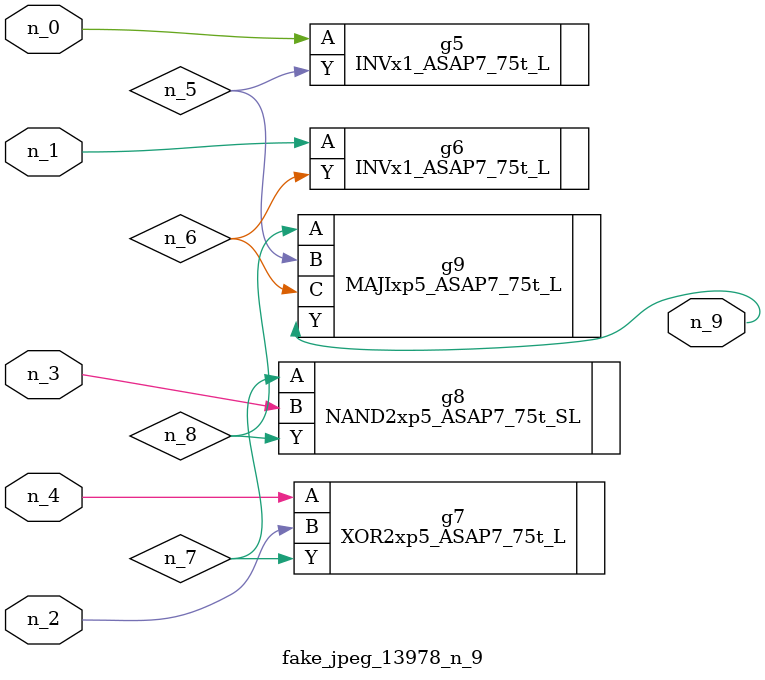
<source format=v>
module fake_jpeg_13978_n_9 (n_3, n_2, n_1, n_0, n_4, n_9);

input n_3;
input n_2;
input n_1;
input n_0;
input n_4;

output n_9;

wire n_8;
wire n_6;
wire n_5;
wire n_7;

INVx1_ASAP7_75t_L g5 ( 
.A(n_0),
.Y(n_5)
);

INVx1_ASAP7_75t_L g6 ( 
.A(n_1),
.Y(n_6)
);

XOR2xp5_ASAP7_75t_L g7 ( 
.A(n_4),
.B(n_2),
.Y(n_7)
);

NAND2xp5_ASAP7_75t_SL g8 ( 
.A(n_7),
.B(n_3),
.Y(n_8)
);

MAJIxp5_ASAP7_75t_L g9 ( 
.A(n_8),
.B(n_5),
.C(n_6),
.Y(n_9)
);


endmodule
</source>
